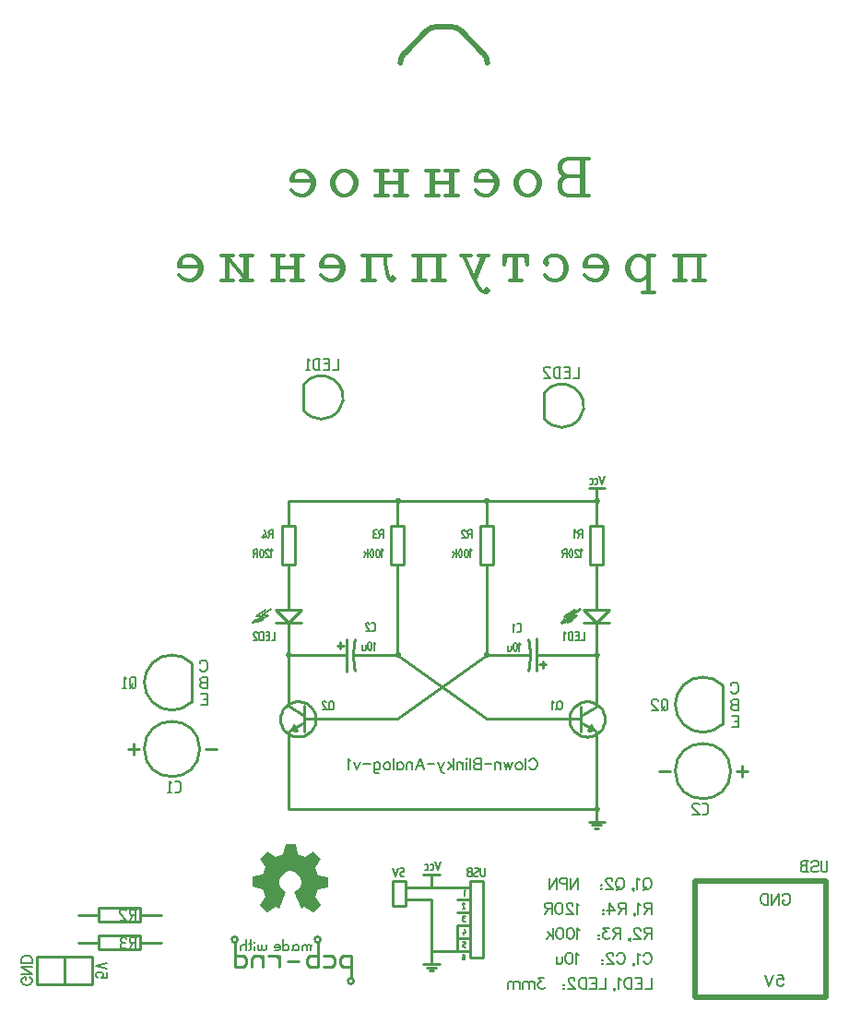
<source format=gbo>
G04 start of page 2 for group 12 layer_idx 5 *
G04 Title: (unknown), bottom_silk *
G04 Creator: pcb-rnd 3.1.4-dev *
G04 CreationDate: 2024-02-11 09:28:28 UTC *
G04 For: STEM4ukraine *
G04 Format: Gerber/RS-274X *
G04 PCB-Dimensions: 334646 393701 *
G04 PCB-Coordinate-Origin: lower left *
%MOIN*%
%FSLAX25Y25*%
%LNBOTTOM_SILK_NONE_12*%
%ADD61C,0.0137*%
%ADD60C,0.0070*%
%ADD59C,0.0200*%
%ADD58C,0.0080*%
%ADD57C,0.0100*%
%ADD56C,0.0001*%
G54D56*G36*
X113305Y57024D02*X114187Y57533D01*
X114908Y58254D01*
X115417Y59136D01*
X115681Y60120D01*
Y61139D01*
X115417Y62124D01*
X114908Y63006D01*
X114187Y63727D01*
X113305Y64236D01*
X112321Y64500D01*
X111302D01*
X110317Y64236D01*
X109435Y63727D01*
X108714Y63006D01*
X108205Y62124D01*
X107941Y61139D01*
Y60120D01*
X108205Y59136D01*
X108714Y58254D01*
X109435Y57533D01*
X110317Y57024D01*
X107882Y51145D01*
X106477Y51752D01*
X103418Y49691D01*
X100728Y52429D01*
X102842Y55451D01*
X101762Y58124D01*
X98141Y58830D01*
X98175Y62668D01*
X101807Y63310D01*
X102933Y65964D01*
X100873Y69023D01*
X103610Y71713D01*
X106633Y69599D01*
X109305Y70679D01*
X110011Y74300D01*
X113849Y74266D01*
X114492Y70634D01*
X117145Y69507D01*
X120204Y71568D01*
X122894Y68831D01*
X120780Y65808D01*
X121860Y63135D01*
X125481Y62430D01*
X125447Y58592D01*
X121815Y57949D01*
X120689Y55296D01*
X122750Y52237D01*
X120012Y49547D01*
X116989Y51661D01*
X115740Y51145D01*
X113305Y57024D01*
G37*
G54D57*X176710Y61151D02*Y33281D01*
Y61151D02*X181360D01*
X203488Y237042D02*Y228360D01*
G54D58*X193740Y154061D02*X194505D01*
X194730Y154016D02*X194505Y154061D01*
X192345D02*X192975Y153431D01*
X192345Y154061D02*Y151091D01*
X193740D02*X194505D01*
X195045Y153476D02*Y151676D01*
X195000Y151451D02*X195045Y151676D01*
Y153476D02*X195000Y153701D01*
X194910Y153881D01*
X194730Y154016D01*
X194505Y151091D02*X194730Y151136D01*
X194910Y151271D01*
X195000Y151451D01*
X194595Y147086D02*X195225Y146456D01*
X193425Y146951D02*X193335Y147041D01*
X192840Y146951D02*X192975Y147041D01*
X193335D02*X193155Y147086D01*
X192975Y147041D01*
X193830Y145646D02*Y145601D01*
X193740Y144881D02*X193830Y145601D01*
X192840Y144296D02*X192975Y144161D01*
X193155Y144116D01*
X194595Y147086D02*Y144116D01*
X193335Y144161D02*X193425Y144296D01*
X193740Y144881D01*
X193155Y144116D02*X193335Y144161D01*
X193830Y145646D02*X193740Y146321D01*
X193425Y146951D01*
X192570Y144881D02*X192840Y144296D01*
X191715Y146096D02*Y144521D01*
X191580Y144251D02*X191715Y144521D01*
X190365Y144116D02*X191310D01*
X191580Y144251D01*
X190365Y146096D02*Y144116D01*
X192435Y145646D02*Y145601D01*
X192840Y146951D02*X192570Y146321D01*
X192435Y145646D01*
Y145601D02*X192570Y144881D01*
G54D59*X164669Y369685D02*X169976D01*
X173512Y368221D02*X181606Y360126D01*
X161134Y368221D02*X153039Y360126D01*
G54D57*X151185Y142744D02*X151125Y142534D01*
X151005Y142354D01*
X150825Y142234D01*
X150630Y142717D02*X182669Y119497D01*
X182662Y142174D02*X182422Y142234D01*
X182242Y142354D01*
X182122Y142534D01*
X182062Y142744D01*
X182122Y142984D01*
X182242Y143164D01*
X182422Y143284D01*
X182662Y143344D01*
X182677Y142717D02*X150591Y119488D01*
X150825Y142234D02*X150615Y142174D01*
Y199046D02*X150825Y199016D01*
X151005Y198896D01*
X182109Y198457D02*X182169Y198697D01*
X182289Y198877D01*
X182469Y198997D01*
Y197917D02*X182289Y198037D01*
X182169Y198247D01*
X182109Y198457D01*
X180369Y189187D02*Y175237D01*
G54D58*X176600Y187821D02*X177500D01*
X175880Y187101D02*Y186876D01*
X176600Y187821D02*X176285Y187731D01*
X176105Y187596D01*
X175925Y187371D02*X175880Y187101D01*
X176105Y187596D02*X175925Y187371D01*
X175880Y186876D02*X175925Y186606D01*
X176105Y186381D01*
X177500Y187821D02*Y184851D01*
X176510Y186201D02*X175880Y184851D01*
X176105Y186381D02*X176285Y186246D01*
X176600Y186201D01*
X173810Y184851D02*X175115D01*
X173855Y186741D02*X175115Y184851D01*
Y187326D02*X175025Y187506D01*
X174485Y187821D02*X174215Y187731D01*
X173990Y187596D01*
X173810Y187371D01*
X173765Y187101D01*
X175025Y187506D02*X174890Y187686D01*
X174665Y187776D01*
X174485Y187821D01*
X173765Y187101D02*X173855Y186741D01*
X176870Y180846D02*X177500Y180216D01*
X176600Y186201D02*X177500D01*
X175115Y180666D02*X175250Y180801D01*
X174710Y179406D02*Y179316D01*
X175115Y180666D02*X174845Y180081D01*
X174710Y179406D01*
X176105D02*Y179316D01*
Y179406D02*X176015Y180081D01*
X175700Y180666D01*
X173540D02*X173450Y180801D01*
X173000Y180666D02*X173090Y180801D01*
X173000Y180666D02*X172685Y180081D01*
X173855D02*X173540Y180666D01*
X173450Y180801D02*X173270Y180846D01*
X173090Y180801D01*
X172550Y179406D02*Y179316D01*
X172685Y180081D02*X172550Y179406D01*
X173945D02*Y179316D01*
Y179406D02*X173855Y180081D01*
X175115Y178056D02*X175250Y177921D01*
X176015Y178641D02*X176105Y179316D01*
X175250Y177921D02*X175430Y177876D01*
X175610Y177921D01*
Y180801D02*X175430Y180846D01*
X175250Y180801D01*
X176870Y180846D02*Y177876D01*
X175610Y177921D02*X175700Y178056D01*
X176015Y178641D01*
X174710Y179316D02*X174845Y178641D01*
X173000Y178056D02*X173090Y177921D01*
X173855Y178641D02*X173945Y179316D01*
X172550D02*X172685Y178641D01*
X173000Y178056D01*
X174845Y178641D02*X175115Y178056D01*
X173450Y177921D02*X173540Y178056D01*
X173855Y178641D01*
X173090Y177921D02*X173270Y177876D01*
X173450Y177921D01*
X171830Y180846D02*Y177876D01*
Y178821D02*X170480Y179856D01*
X171245Y179271D02*X170480Y177876D01*
X175700Y180666D02*X175610Y180801D01*
G54D57*X151005Y198896D02*X151125Y198716D01*
X151185Y198476D01*
X151125Y198266D01*
X152925Y189206D02*Y175256D01*
X151125Y198266D02*X151005Y198056D01*
X150825Y197936D01*
X150615Y197906D01*
Y198476D02*Y189206D01*
Y175256D02*X150630Y142717D01*
X150615Y143344D02*X150825Y143284D01*
X151005Y143164D01*
X151125Y142984D01*
X151185Y142744D01*
G54D58*X165190Y64961D02*X164110Y67931D01*
X163390Y66581D02*Y65321D01*
X162400Y66941D02*X163030D01*
X163390Y66581D02*X163255Y66851D01*
X163030Y64961D02*X163255Y65051D01*
X163390Y65321D01*
X165190Y64961D02*X166225Y67931D01*
X162400Y64961D02*X163030D01*
X163255Y66851D02*X163030Y66941D01*
X151500Y65676D02*X152805D01*
Y64326D01*
X152175D02*X152805D01*
X151500Y63651D02*Y63426D01*
X151545Y63156D01*
X151680Y62931D01*
X151905Y62796D01*
X151545Y63921D02*X151500Y63651D01*
X160645Y64961D02*X161275D01*
X161545Y65051D01*
X152175Y62706D02*X152805D01*
X151905Y62796D02*X152175Y62706D01*
Y64326D02*X151905Y64281D01*
X151680Y64146D01*
X151545Y63921D01*
X161635Y66581D02*Y65321D01*
X161545Y65051D02*X161635Y65321D01*
X160645Y66941D02*X161275D01*
X161545Y66851D02*X161275Y66941D01*
X161635Y66581D02*X161545Y66851D01*
X178660Y62701D02*X179020D01*
X178480Y62746D02*X178660Y62701D01*
X179020D02*X179470Y62791D01*
X179830Y63016D01*
X181360Y62701D02*X181630D01*
X181090Y62791D02*X181360Y62701D01*
X181540D02*X181855Y62791D01*
X182080Y62926D01*
X182260Y63196D01*
X182305Y63466D01*
Y65671D02*Y63466D01*
X179875Y65041D02*X179830Y65266D01*
X179695Y65491D01*
X179470Y65626D01*
X179245Y65671D01*
X179425Y64366D02*X178525Y63916D01*
X179425Y64366D02*X179740Y64636D01*
X179875Y65041D01*
X179020Y65671D02*X178660Y65626D01*
X178345Y65491D01*
X176635Y64321D02*X176320Y64276D01*
X176050Y64096D01*
X175870Y63826D01*
X175825Y63601D02*Y63376D01*
X175870Y63826D02*X175825Y63511D01*
Y63421D02*X175870Y63151D01*
X176005Y62926D01*
X176230Y62791D01*
X176500Y62701D01*
X176545Y65671D02*X176320Y65626D01*
X176095Y65491D01*
X175960Y65266D01*
X175915Y65041D01*
X177445Y65671D02*Y62701D01*
X176500D02*X177445D01*
X176635Y64321D02*X177445D01*
X175915Y65041D02*X175960Y64771D01*
X176140Y64546D01*
X176365Y64411D01*
X176635Y64321D01*
X176545Y65671D02*X177445D01*
X179020D02*X179245D01*
X178165Y63286D02*Y63196D01*
X178300Y63646D02*X178165Y63286D01*
Y63196D02*X178210Y63016D01*
X178300Y62836D01*
X178480Y62746D01*
X178525Y63916D02*X178300Y63646D01*
X180640Y65671D02*Y63466D01*
X180685Y63196D01*
X180865Y62926D01*
X181090Y62791D01*
G54D57*X162790Y63461D02*Y58811D01*
X159880Y63461D02*X165700D01*
X172090Y54161D02*X176710D01*
G54D58*X174800Y52961D02*X174680Y53021D01*
X174530Y53051D01*
X174350Y53021D01*
X174140Y52361D02*X174950Y51071D01*
X174980Y52751D02*X174920Y52871D01*
X174800Y52961D01*
X174350Y53021D02*X174200Y52931D01*
X174110Y52781D01*
X174080Y52601D01*
X174140Y52361D01*
G54D57*X172090Y49541D02*X176710D01*
G54D58*X174110Y51071D02*X174950D01*
X174590Y48401D02*X175100D01*
X174590D02*X174440Y48371D01*
X174320Y48311D01*
X174230Y48161D01*
X174620Y47531D02*X174470Y47501D01*
X174320Y47381D01*
X174230Y47261D01*
X174590Y47531D02*X174890D01*
X174200Y47081D02*Y46901D01*
X174230Y46721D01*
Y47261D02*X174200Y47081D01*
G54D57*X172090Y44891D02*X176710D01*
G54D58*X174680Y46451D02*X175100D01*
X174230Y46721D02*X174350Y46571D01*
X174500Y46481D01*
X174680Y46451D01*
X174200Y48011D02*X174230Y47831D01*
Y48161D02*X174200Y48011D01*
X174230Y47831D02*X174350Y47681D01*
X174500Y47561D01*
X174710Y47531D01*
G54D57*X162790Y54161D02*Y30941D01*
G54D58*X175100Y42221D02*X174680Y43781D01*
X174350Y42671D02*Y41801D01*
X174110Y33341D02*X174080Y33191D01*
X174470Y33581D02*X174320Y33551D01*
X174200Y33461D01*
X174110Y33341D01*
X174740Y32531D02*X174860Y32621D01*
X174950Y32741D01*
X174980Y32891D01*
X174200Y32621D02*X174320Y32531D01*
X174470Y32501D01*
X174590D02*X174740Y32531D01*
X174590Y34391D02*X174320Y34481D01*
X174080Y32891D02*X174110Y32741D01*
X174200Y32621D01*
X174980Y33731D02*X174920Y34001D01*
X174800Y34241D01*
X174590Y34391D01*
X174980Y33731D02*Y32891D01*
X174080Y33191D02*Y32891D01*
X174470Y32501D02*X174590D01*
X174350Y38111D02*X174230Y37961D01*
X174200Y37781D01*
X174470Y33581D02*X174980D01*
X174350Y37271D02*X174500Y37181D01*
X174680Y37151D01*
Y38231D02*X174500Y38201D01*
X174350Y38111D01*
X174200Y37781D02*Y37601D01*
X174230Y37421D01*
X174350Y37271D01*
X175100Y39131D02*Y38231D01*
X174680D02*X175100D01*
X174680Y37151D02*X175100D01*
G54D57*X172090Y44891D02*Y35591D01*
Y40241D02*X176710D01*
G54D58*X174020Y42221D02*X175100D01*
X174200Y39131D02*X175100D01*
G54D57*X159880Y30941D02*X165700D01*
X162790Y35591D02*X176710D01*
G54D58*X174680Y57701D02*X175100Y57281D01*
X174680Y57701D02*Y55721D01*
G54D57*X181360Y61151D02*Y33281D01*
G54D59*X258220Y19134D02*Y60866D01*
X305622Y19134D02*Y60866D01*
X258220D02*X305622D01*
Y19134D02*X258220D01*
G54D57*X95681Y30843D02*X94681Y29843D01*
X95681Y32843D02*X94681Y33843D01*
X91681D02*X94681D01*
X91681Y29843D02*Y38843D01*
X94681Y29843D02*X91681D01*
X95681Y32843D02*Y30843D01*
X176710Y33281D02*X181360D01*
X161050Y29801D02*X164530D01*
X162220Y28631D02*X163360D01*
X40000Y23701D02*X20000D01*
Y33701D02*Y23701D01*
Y33701D02*X40000D01*
X30000Y23701D02*Y33701D01*
X40000D02*X30000D01*
X97681Y32843D02*X98681Y33843D01*
X40000Y23701D02*Y33701D01*
X35000Y38701D02*X42500D01*
X57500Y41201D02*X42500D01*
X57500Y38701D02*X65000D01*
X57500Y41201D02*Y36201D01*
X42500D02*Y41201D01*
Y36201D02*X57500D01*
X97681Y32843D02*Y29843D01*
X106681Y33843D02*X103681D01*
X107681Y32843D02*X106681Y33843D01*
X107681D02*Y29843D01*
X117681Y30843D02*X118681Y29843D01*
Y33843D02*X117681Y32843D01*
Y30843D02*Y32843D01*
X114681Y31843D02*X110681D01*
X130681Y33843D02*X129681Y32843D01*
X127681D02*X126681Y33843D01*
X127681Y32843D02*Y30843D01*
X130681Y29843D02*X129681Y30843D01*
X127681D02*X126681Y29843D01*
X129681Y32843D02*Y30843D01*
X130681Y29843D02*X133681D01*
Y33843D02*X130681D01*
X133681D02*Y25843D01*
X118681Y33843D02*X121681D01*
X126681D02*X123681D01*
X121681Y29843D02*X118681D01*
X126681D02*X123681D01*
X121681Y38843D02*Y29843D01*
X100681Y33843D02*X98681D01*
X101681Y32843D02*X100681Y33843D01*
X101681D02*Y29843D01*
X153490Y61151D02*Y51851D01*
X35000Y48701D02*X42500D01*
Y46201D02*Y51201D01*
Y46201D02*X57500D01*
Y51201D02*X42500D01*
X57500D02*Y46201D01*
X148870Y51851D02*X153490D01*
Y54161D02*X162790D01*
X57500Y48701D02*X65000D01*
G54D58*X101912Y155306D02*X100232Y154706D01*
X101372Y157046D02*X103712D01*
X101372Y155876D02*X100232Y154706D01*
X103712Y157046D01*
G54D57*X115742Y158996D02*X111092Y154346D01*
X106442Y158996D02*X115742D01*
X106442Y154346D02*X115742D01*
X111092D02*X106442Y158996D01*
G54D58*X106322Y151019D02*Y148049D01*
X105017D02*X106322D01*
X104297Y151019D02*Y148049D01*
X102992Y151019D02*X104297D01*
X102992Y148049D02*X104297D01*
X103307Y149669D02*X104297D01*
G54D57*X110552Y142976D02*X110672Y143156D01*
X110852Y143276D01*
X111092Y143336D01*
G54D58*X98312Y154346D02*X101792Y156686D01*
X99482D02*X101792D01*
X99482Y155516D02*X98312Y154346D01*
G54D57*X76000Y125701D02*Y139701D01*
G54D58*X99992Y154946D02*X98312Y154346D01*
X98582Y148049D02*X99842D01*
X98627Y149939D02*X99842Y148049D01*
Y150524D02*X99752Y150749D01*
X99212Y151019D02*X98942Y150974D01*
X98717Y150794D01*
X98582Y150569D01*
X98492Y150299D01*
X99752Y150749D02*X99617Y150884D01*
X99437Y150974D01*
X99212Y151019D01*
X98492Y150299D02*X98627Y149939D01*
G54D57*X81000Y108701D02*X85000D01*
X53000D02*X57000D01*
X55000Y106701D02*Y110701D01*
G54D58*X101192Y151019D02*X102227D01*
X101192D02*X100967Y150974D01*
X100787Y150839D01*
X100652Y150659D01*
X101192Y148049D02*X102227D01*
X100967Y148094D02*X101192Y148049D01*
X100607Y150434D02*Y148634D01*
X100652Y148409D01*
X100787Y148229D01*
X100967Y148094D01*
X100652Y150659D02*X100607Y150434D01*
X102227Y151019D02*Y148049D01*
X99482Y156686D02*X102962Y158996D01*
X101372Y157046D02*X104852Y159356D01*
G54D57*X110492Y142736D02*X110552Y142976D01*
X111092Y143336D02*X111302Y143276D01*
X111482Y143156D01*
X110552Y142526D02*X110492Y142736D01*
X111482Y143156D02*X111632Y142976D01*
X111662Y142736D01*
X111632Y142526D01*
X111482Y142346D01*
X113912Y125876D02*X113282Y125786D01*
X112682Y125636D01*
X112082Y125426D01*
X113102Y117446D02*X114302Y115436D01*
X112322Y115616D02*X113102Y117446D01*
X114572Y125906D02*X113912Y125876D01*
X112082Y125426D02*X111512Y125156D01*
X114302Y115436D02*X112322Y115616D01*
X111512Y113906D02*X112082Y113636D01*
X112682Y113426D01*
X113282Y113276D01*
X113912Y113186D01*
X114572Y113156D01*
X115232Y113186D01*
X115862Y113276D01*
X116462Y113426D01*
X148870Y61151D02*Y51851D01*
X148599Y119516D02*X148232D01*
X116462Y113426D02*X117062Y113636D01*
X117602Y113906D01*
X118142Y114236D01*
X118622Y114596D01*
X119072Y115016D01*
X119492Y115466D01*
X119852Y115946D01*
X120182Y116486D01*
X120452Y117056D01*
X120932Y118886D02*X120962Y119516D01*
X120932Y120176D01*
X120812Y120806D01*
X120662Y121436D01*
X120452Y117056D02*X120662Y117626D01*
X120812Y118226D01*
X120932Y118886D01*
X120662Y121436D02*X120452Y122006D01*
X120182Y122576D01*
X119852Y123086D01*
X134953Y138281D02*X135223Y136841D01*
X134743Y139721D02*X134953Y138281D01*
X134623Y141161D02*X134743Y139721D01*
X134593Y142631D02*X134623Y141161D01*
G54D58*X126510Y125951D02*X126780D01*
X126510D02*X126240Y125906D01*
X126015Y125771D01*
X125880Y125546D01*
X127050Y125906D02*X126780Y125951D01*
X126510Y122981D02*X126780D01*
X126240Y123071D02*X126510Y122981D01*
X123405D02*X124665D01*
X123450Y124916D02*X124665Y122981D01*
X126780D02*X127050Y123071D01*
X127275Y123206D01*
X127455Y123431D01*
X124710Y125501D02*X124620Y125681D01*
X124440Y125816D01*
X124260Y125906D01*
X124035Y125951D01*
X123765Y125906D01*
X123540Y125771D01*
X123405Y125546D01*
X123360Y125276D01*
X123450Y124916D01*
X127500Y125276D02*Y123701D01*
X127455Y123431D02*X127500Y123701D01*
Y125276D02*X127455Y125546D01*
X127275Y125771D01*
X127050Y125906D01*
X125790Y125276D02*Y123701D01*
X125475Y122981D02*X126150Y123656D01*
X125880Y125546D02*X125790Y125276D01*
Y123701D02*X125880Y123431D01*
X126015Y123206D01*
X126240Y123071D01*
G54D57*X118622Y124466D02*X118142Y124826D01*
X117602Y125156D01*
X117062Y125426D01*
X116462Y125636D01*
X119852Y123086D02*X119492Y123596D01*
X119072Y124046D01*
X118622Y124466D01*
X116462Y125636D02*X115862Y125786D01*
X115232Y125876D01*
X114572Y125906D01*
X116882Y124166D02*Y114896D01*
X111092D02*X116882Y118376D01*
X111092Y124166D02*X116882Y120686D01*
X111092Y114896D02*Y87026D01*
X111024Y142717D02*X132283D01*
X129943Y147251D02*Y144941D01*
X128803Y146111D02*X131113D01*
X135223Y148391D02*X134953Y146981D01*
X134623Y144071D02*X134593Y142631D01*
X134743Y145511D02*X134623Y144071D01*
X134953Y146981D02*X134743Y145511D01*
G54D58*X139125Y146321D02*Y144746D01*
X140565Y147311D02*X140385Y147266D01*
X140745D02*X140565Y147311D01*
X140295Y147176D02*X139980Y146546D01*
X140295Y147176D02*X140385Y147266D01*
X139890Y145826D02*X139980Y145106D01*
Y146546D02*X139890Y145871D01*
Y145826D01*
X138990Y144476D02*X139125Y144746D01*
X141150Y146546D02*X140835Y147176D01*
X141285Y145871D02*X141150Y146546D01*
Y145106D02*X141285Y145826D01*
X140835Y144521D02*X141150Y145106D01*
X141285Y145871D02*Y145826D01*
X140565Y144341D02*X140745Y144386D01*
X140385D02*X140565Y144341D01*
X139980Y145106D02*X140295Y144521D01*
X140385Y144386D01*
X140745D02*X140835Y144521D01*
Y147176D02*X140745Y147266D01*
X142005Y147311D02*Y144341D01*
Y147311D02*X142635Y146681D01*
X138720Y144341D02*X138990Y144476D01*
X137775Y146321D02*Y144341D01*
X138720D01*
G54D57*X132283Y148421D02*Y136811D01*
G54D58*X139035Y153566D02*X139125Y153206D01*
X139080Y153836D02*X139035Y153566D01*
X139260Y154061D02*X139080Y153836D01*
X139440Y154241D02*X139260Y154061D01*
X139710Y154286D02*X139440Y154241D01*
X139935D02*X139710Y154286D01*
X140160Y154151D02*X139935Y154241D01*
X140295Y154016D02*X140160Y154151D01*
X140385Y153791D02*X140295Y154016D01*
X139125Y153206D02*X140385Y151316D01*
X139080D02*X140385D01*
X142140Y154241D02*X141915Y154286D01*
X142320Y154106D02*X142140Y154241D01*
X142455Y153926D02*X142320Y154106D01*
X142500Y153701D02*X142455Y153926D01*
Y151676D02*X142500Y151901D01*
X142320Y151496D02*X142455Y151676D01*
X142140Y151361D02*X142320Y151496D01*
X141915Y151316D02*X142140Y151361D01*
X142500Y153701D02*Y151901D01*
X141150Y151316D02*X141915D01*
X141150Y154286D02*X141915D01*
G54D57*X111482Y142346D02*X111302Y142226D01*
X111092Y142166D01*
X110852Y142226D01*
X110672Y142346D01*
X110552Y142526D01*
X111512Y125156D02*X111002Y124826D01*
X110492Y124466D01*
X110042Y124046D01*
X109652Y123596D01*
X109262Y123086D01*
X108962Y122576D01*
X108692Y122006D01*
X108182Y119516D02*X108212Y118886D01*
X108692Y122006D02*X108482Y121436D01*
X108302Y120806D01*
X108212Y120176D01*
X108182Y119516D01*
X108212Y118886D02*X108302Y118226D01*
X108482Y117626D01*
X108692Y117056D01*
X108962Y116486D01*
X109262Y115946D01*
X109652Y115466D01*
X110042Y115016D01*
X110492Y114596D01*
X111002Y114236D01*
X111512Y113906D01*
X108752Y189206D02*X113402D01*
X111092Y198476D02*Y189206D01*
X116488Y240042D02*Y231360D01*
X113402Y189206D02*Y175256D01*
X111092Y154346D02*Y124166D01*
Y175256D02*Y158996D01*
X108752Y175256D02*X113402D01*
G54D58*X104970Y180846D02*X105600Y180216D01*
X104205Y180351D02*X104115Y180576D01*
X103980Y180711D01*
X103800Y180801D01*
X103575Y180846D01*
X103305Y180801D01*
X103080Y180621D01*
X102945Y180396D01*
X104700Y187821D02*X104430Y187731D01*
X104205Y187596D01*
X104070Y187371D01*
X103980Y187101D02*Y186876D01*
X104070Y187371D02*X103980Y187101D01*
Y186876D02*X104070Y186606D01*
X105600Y187821D02*Y184851D01*
X104655Y186201D02*X103980Y184851D01*
X104070Y186606D02*X104205Y186381D01*
X104430Y186246D01*
X104700Y186201D01*
X102945Y179766D02*X104205Y177876D01*
X104700Y186201D02*X105600D01*
G54D57*X108752Y189206D02*Y175256D01*
G54D58*X104970Y180846D02*Y177876D01*
X102945D02*X104205D01*
X104700Y187821D02*X105600D01*
X103260Y185481D02*X102585Y187821D01*
X101595Y185481D02*X103260D01*
X102135Y186201D02*Y184851D01*
X102945Y180396D02*X102855Y180126D01*
X102990Y179766D01*
X101145Y180666D02*X101235Y180801D01*
X101145Y180666D02*X100830Y180081D01*
X99030Y179226D02*X99975D01*
X99030Y180846D02*X99975D01*
X101685Y180666D02*X101595Y180801D01*
X100830Y180081D02*X100740Y179406D01*
X99975Y180846D02*Y177876D01*
X98355Y180126D02*Y179901D01*
X98400Y180396D02*X98355Y180126D01*
Y179901D02*X98400Y179631D01*
X98535Y179406D01*
X98985Y179226D02*X98355Y177876D01*
X98535Y179406D02*X98760Y179271D01*
X99030Y179226D01*
Y180846D02*X98760Y180801D01*
X98535Y180621D01*
X98400Y180396D01*
X100740Y179406D02*Y179316D01*
X102135Y179406D02*Y179316D01*
X102000Y178641D02*X102135Y179316D01*
X100740D02*X100830Y178641D01*
X102135Y179406D02*X102000Y180081D01*
X101685Y180666D01*
X101595Y180801D02*X101415Y180846D01*
X101235Y180801D01*
X101145Y178056D02*X101235Y177921D01*
X101595D02*X101685Y178056D01*
X102000Y178641D01*
X100830D02*X101145Y178056D01*
X101235Y177921D02*X101415Y177876D01*
X101595Y177921D01*
X141585Y180666D02*X141450Y180801D01*
X141000Y180666D02*X141090Y180801D01*
X141000Y180666D02*X140685Y180081D01*
X141450Y180801D02*X141270Y180846D01*
X141090Y180801D01*
X143700Y180666D02*X143610Y180801D01*
X143115Y180666D02*X143250Y180801D01*
X141855Y180081D02*X141585Y180666D01*
X144870Y180846D02*X145500Y180216D01*
X144105Y179406D02*Y179316D01*
X143700Y178056D02*X144015Y178641D01*
X144105Y179316D01*
X143115Y178056D02*X143250Y177921D01*
X143430Y177876D01*
X144105Y179406D02*X144015Y180081D01*
X143700Y180666D01*
X144600Y187821D02*X145500D01*
X143880Y187101D02*Y186876D01*
X144600Y187821D02*X144330Y187731D01*
X144105Y187596D01*
X143925Y187371D02*X143880Y187101D01*
X144105Y187596D02*X143925Y187371D01*
X143880Y186876D02*X143925Y186606D01*
X144105Y186381D01*
X145500Y187821D02*Y184851D01*
X144510Y186201D02*X143880Y184851D01*
X144105Y186381D02*X144330Y186246D01*
X144600Y186201D01*
X143430Y177876D02*X143610Y177921D01*
Y180801D02*X143430Y180846D01*
G54D57*X148275Y189206D02*Y175256D01*
G54D58*X144870Y180846D02*Y177876D01*
X143610Y177921D02*X143700Y178056D01*
X144600Y186201D02*X145500D01*
X143430Y180846D02*X143250Y180801D01*
X142395Y187821D02*X143115D01*
X142395D02*X142170Y187776D01*
X141990Y187641D01*
X141855Y187461D01*
X142170Y186426D02*X141990Y186291D01*
X141810Y187236D02*X141855Y186921D01*
X142035Y186696D01*
X142260Y186516D01*
X142395Y186471D02*X142845D01*
X142440D02*X142170Y186426D01*
X141990Y186291D02*X141855Y186066D01*
X142260Y186516D02*X142530Y186471D01*
X141855Y187461D02*X141810Y187236D01*
Y185841D02*Y185526D01*
X141855Y185256D01*
X141990Y185031D01*
X142215Y184896D01*
X141855Y186066D02*X141810Y185841D01*
X142485Y184851D02*X143115D01*
X142215Y184896D02*X142485Y184851D01*
X142710Y179406D02*Y179316D01*
X143115Y180666D02*X142845Y180081D01*
X142710Y179406D01*
X140595D02*Y179316D01*
X141990Y179406D02*Y179316D01*
X140685Y180081D02*X140595Y179406D01*
X141990D02*X141855Y180081D01*
X141000Y178056D02*X141090Y177921D01*
X141585Y178056D02*X141855Y178641D01*
X141990Y179316D01*
X140595D02*X140685Y178641D01*
X141000Y178056D01*
X141090Y177921D02*X141270Y177876D01*
X141450Y177921D01*
X139830Y180846D02*Y177876D01*
Y178821D02*X138480Y179856D01*
X139245Y179271D02*X138480Y177876D01*
X142710Y179316D02*X142845Y178641D01*
X143115Y178056D01*
X141450Y177921D02*X141585Y178056D01*
G54D57*X148870Y61151D02*X153490D01*
Y58811D02*X176710D01*
G54D58*X149700Y62706D02*X150735Y65676D01*
X149700Y62706D02*X148665Y65676D01*
G54D57*X182679Y175237D02*X182677Y142717D01*
X182872Y143284D02*X183052Y143164D01*
X183172Y142984D01*
X183232Y142744D01*
X197795Y136927D02*X198065Y138367D01*
X198275Y139807D01*
X198395Y141247D01*
X200735Y148507D02*Y136897D01*
X201905Y139207D02*X204215D01*
X203075Y140377D02*Y138067D01*
X221986Y142717D02*X222016Y142957D01*
X222166Y143137D01*
G54D58*X216760Y148019D02*X218020D01*
X214735D02*X215995D01*
X212935D02*X213970D01*
X212350Y148604D02*X212395Y148379D01*
X212530Y148199D01*
X212710Y148064D01*
X212935Y148019D01*
G54D57*X198395Y141247D02*X198425Y142717D01*
X198395Y144157D01*
X198275Y145597D01*
X198065Y147067D01*
X197795Y148477D01*
X182677Y142717D02*X198084D01*
G54D58*X218020Y150989D02*Y148019D01*
X212350Y150404D02*Y148604D01*
X212935Y150989D02*X212710Y150944D01*
X212530Y150809D01*
X212395Y150629D01*
X212350Y150404D01*
X215995Y150989D02*Y148019D01*
X215005Y149639D02*X215995D01*
X213970Y150989D02*Y148019D01*
X210955Y150989D02*X211585Y150359D01*
X210955Y150989D02*Y148019D01*
X214735Y150989D02*X215995D01*
X212935D02*X213970D01*
G54D57*X222346Y142207D02*X222166Y142327D01*
X222016Y142507D01*
X221986Y142717D01*
X220546Y117427D02*X219346Y115417D01*
X221326Y115597D02*X220546Y117427D01*
X221566Y125407D02*X220966Y125617D01*
X220366Y125767D01*
X219736Y125857D01*
X219346Y115417D02*X221326Y115597D01*
X222136Y125137D02*X221566Y125407D01*
X222556Y142147D02*X222346Y142207D01*
X219076Y125887D02*X218416Y125857D01*
X217786Y125767D01*
X217186Y125617D01*
X216586Y125407D01*
X216046Y125137D01*
X215506Y124807D01*
X215026Y124447D01*
X214576Y124027D01*
X214156Y123577D01*
X213796Y123067D01*
X213466Y122557D01*
X213196Y121987D01*
X212986Y121417D01*
X212836Y120787D01*
X212716Y120157D01*
X212686Y119497D01*
X212716Y118867D01*
X219736Y125857D02*X219076Y125887D01*
X212716Y118867D02*X212836Y118207D01*
X212986Y117607D01*
X213196Y117037D01*
X213466Y116467D01*
X213796Y115927D01*
X214156Y115447D01*
X214576Y114997D01*
X215026Y114577D01*
X215506Y114217D01*
X216046Y113887D01*
X216586Y113617D01*
X217186Y113407D01*
X217786Y113257D01*
X218416Y113167D01*
X219076Y113137D01*
X219736Y113167D01*
X220366Y113257D01*
X220966Y113407D01*
X221566Y113617D01*
X216766Y124147D02*Y114877D01*
X222556Y124147D02*X216766Y120667D01*
X222556Y114877D02*X216766Y118357D01*
X182699Y119498D02*X216766Y119497D01*
X116814D02*X150591Y119488D01*
X150015Y142744D02*X150075Y142984D01*
X150195Y143164D01*
X150375Y142234D02*X150195Y142354D01*
X150075Y142534D01*
X150015Y142744D01*
X150615Y142174D02*X150375Y142234D01*
X183232Y142744D02*X183172Y142534D01*
X183052Y142354D01*
X182872Y142234D01*
X182662Y142174D01*
X222166Y143137D02*X222346Y143257D01*
X134646Y142717D02*X150630D01*
G54D58*X209010Y125951D02*X209280D01*
X209010D02*X208740Y125906D01*
X208515Y125771D01*
X208335Y125546D01*
X208290Y125276D01*
X206535Y125951D02*X207210Y125321D01*
X209010Y122981D02*X209280D01*
X208290Y125276D02*Y123701D01*
X208335Y123431D01*
X208515Y123206D01*
X210000Y125276D02*Y123701D01*
X207930Y122981D02*X208650Y123656D01*
X208515Y123206D02*X208740Y123071D01*
X209010Y122981D01*
X209775Y123206D02*X209910Y123431D01*
X210000Y123701D01*
X209280Y122981D02*X209550Y123071D01*
X209775Y123206D01*
X206535Y125951D02*Y122981D01*
X210000Y125276D02*X209910Y125546D01*
X209775Y125771D01*
X209550Y125906D01*
X209280Y125951D01*
G54D57*X221942Y87036D02*X222002Y87276D01*
X222122Y87456D01*
X222302Y87576D01*
X111092Y87026D02*X222556Y87008D01*
X200735Y142717D02*X222556D01*
X221566Y113617D02*X222136Y113887D01*
X222302Y87576D02*X222542Y87636D01*
X150195Y143164D02*X150375Y143284D01*
X150615Y143344D01*
X182662D02*X182872Y143284D01*
X150015Y198476D02*X150075Y198716D01*
X150195Y198896D01*
X150375Y199016D01*
Y197936D02*X150195Y198056D01*
X150075Y198266D01*
X150015Y198476D01*
X150375Y199016D02*X150615Y199046D01*
Y197906D02*X150375Y197936D01*
X111092Y198476D02*X222624D01*
X182469Y198997D02*X182679Y199027D01*
X182919Y198997D01*
X183099Y198877D01*
X183219Y198697D01*
X183279Y198457D01*
X183219Y198247D01*
X183099Y198037D01*
X182919Y197917D01*
X148275Y189206D02*X152925D01*
G54D58*X215880Y187101D02*Y186876D01*
X216060Y187596D02*X215925Y187371D01*
X214485Y187821D02*X215115Y187146D01*
X216555Y187821D02*X216285Y187731D01*
X216060Y187596D01*
X215925Y187371D02*X215880Y187101D01*
X216510Y186201D02*X215880Y184851D01*
Y186876D02*X215925Y186606D01*
X216060Y186381D01*
X216285Y186246D01*
X216555Y186201D01*
X214485Y187821D02*Y184851D01*
X217500Y187821D02*Y184851D01*
X216555Y186201D02*X217500D01*
X216555Y187821D02*X217500D01*
X214845Y179766D02*X216105Y177876D01*
Y180351D02*X216015Y180576D01*
X215835Y180711D01*
X215655Y180801D01*
X215430Y180846D01*
X215160Y180801D01*
X216870Y180846D02*X217500Y180216D01*
X216870Y180846D02*Y177876D01*
X214800D02*X216105D01*
X215160Y180801D02*X214935Y180621D01*
X214800Y180396D01*
X214755Y180126D01*
X214845Y179766D01*
X213000Y180666D02*X213135Y180801D01*
X213000Y180666D02*X212685Y180081D01*
X210930Y179226D02*X211830D01*
X210930Y180846D02*X211830D01*
X213585Y180666D02*X213495Y180801D01*
X212685Y180081D02*X212595Y179406D01*
X211830Y180846D02*Y177876D01*
X210210Y180126D02*Y179901D01*
X210255Y180396D02*X210210Y180126D01*
Y179901D02*X210255Y179631D01*
X210435Y179406D01*
X210840Y179226D02*X210210Y177876D01*
X210435Y179406D02*X210660Y179271D01*
X210930Y179226D01*
Y180846D02*X210660Y180801D01*
X210435Y180621D01*
X210255Y180396D01*
X212595Y179406D02*Y179316D01*
X213990Y179406D02*Y179316D01*
X213900Y178641D02*X213990Y179316D01*
X212595D02*X212685Y178641D01*
X213990Y179406D02*X213900Y180081D01*
X213585Y180666D01*
X213495Y180801D02*X213315Y180846D01*
X213135Y180801D01*
X213000Y178056D02*X213135Y177921D01*
X213495D02*X213585Y178056D01*
X213900Y178641D01*
X212685D02*X213000Y178056D01*
X213135Y177921D02*X213315Y177876D01*
X213495Y177921D01*
G54D57*X148275Y175256D02*X152925D01*
X182919Y197917D02*X182679Y197887D01*
X180369Y189187D02*X185019D01*
Y175237D01*
X180369D02*X185019D01*
X182679Y198457D02*Y189187D01*
Y197887D02*X182469Y197917D01*
X222559Y197934D02*X222349Y197964D01*
X222169Y198084D01*
X222049Y198294D01*
X209806Y154327D02*X213286Y156667D01*
X210946Y155497D02*X209806Y154327D01*
X211486Y154927D02*X209806Y154327D01*
X210946Y156667D02*X214426Y158977D01*
X210946Y156667D02*X213286D01*
X212866Y155857D02*X211696Y154687D01*
X213406Y155287D02*X211696Y154687D01*
X222346Y143257D02*X222556Y143317D01*
X211696Y154687D02*X215176Y157027D01*
X212866D02*X215176D01*
X212866D02*X216346Y159337D01*
X220246Y189187D02*X224896D01*
X220246D02*Y175237D01*
X224896Y189187D02*Y175237D01*
X217906Y158977D02*X227206D01*
X220246Y175237D02*X224896D01*
X222556D02*Y158977D01*
Y143317D02*X222796Y143257D01*
X227206Y158977D02*X222556Y154327D01*
X217906D02*X227206D01*
X222556D02*X217906Y158977D01*
G54D58*X224590Y204429D02*X223555Y207399D01*
X222790Y206049D02*Y204789D01*
X221800Y206409D02*X222430D01*
X222700Y206319D02*X222430Y206409D01*
Y204429D02*X222700Y204519D01*
X222790Y204789D01*
Y206049D02*X222700Y206319D01*
X220045Y204429D02*X220720D01*
X221035Y206049D02*Y204789D01*
Y206049D02*X220945Y206319D01*
X220720Y204429D02*X220945Y204519D01*
X221035Y204789D01*
G54D57*X219676Y203107D02*X225466D01*
G54D58*X224590Y204429D02*X225625Y207399D01*
X221800Y204429D02*X222430D01*
X220045Y206409D02*X220720D01*
X220945Y206319D02*X220720Y206409D01*
G54D57*X222169Y198924D02*X222349Y199044D01*
X222556Y203107D02*Y189187D01*
X221989Y198504D02*X222049Y198744D01*
X222169Y198924D01*
X222349Y199044D02*X222559Y199074D01*
X222049Y198294D02*X221989Y198504D01*
X222559Y199074D02*X222799Y199044D01*
X222979Y198924D01*
X223099Y198744D01*
X223159Y198504D01*
X223099Y198294D01*
X222979Y198084D01*
X222799Y197964D01*
X222559Y197934D01*
X222796Y143257D02*X222976Y143137D01*
X249000Y100701D02*X245000D01*
X268000Y117701D02*Y131701D01*
X277000Y100701D02*X273000D01*
X275000Y102701D02*Y98701D01*
X222976Y143137D02*X223096Y142957D01*
X223156Y142717D01*
X223096Y142507D01*
X222976Y142327D01*
X222796Y142207D01*
X222556Y142147D01*
X224386Y123067D02*X223996Y123577D01*
X223606Y124027D01*
X223156Y124447D01*
X222136Y113887D02*X222646Y114217D01*
X223156Y114577D01*
X223606Y114997D01*
X222556Y114877D02*Y82357D01*
X222932Y87456D02*X223052Y87276D01*
X223112Y87036D01*
X223052Y86826D01*
X222932Y86646D01*
X222752Y86526D01*
X222542Y86466D01*
X222302Y86526D01*
X220816Y81187D02*X224296D01*
X222542Y87636D02*X222752Y87576D01*
X222932Y87456D01*
X222302Y86526D02*X222122Y86646D01*
X222002Y86826D01*
X221942Y87036D01*
X223606Y114997D02*X223996Y115447D01*
X224386Y115927D01*
X223156Y124447D02*X222646Y124807D01*
X222136Y125137D01*
X222556Y154327D02*Y124147D01*
X224386Y115927D02*X224686Y116467D01*
X224956Y117037D01*
X225166Y117607D01*
X221986Y80047D02*X223156D01*
X219676Y82357D02*X225466D01*
Y119497D02*X225436Y120157D01*
X225166Y117607D02*X225346Y118207D01*
X225436Y118867D01*
X225466Y119497D01*
X225436Y120157D02*X225346Y120787D01*
X225166Y121417D01*
X224956Y121987D01*
X224686Y122557D01*
X224386Y123067D01*
G54D59*X164669Y369685D02*G75*G03X161134Y368221I0J-5000D01*G01*
X169976Y369685D02*G75*G02X173512Y368221I0J-5000D01*G01*
X153039Y360126D02*G75*G03X151575Y356590I3536J-3536D01*G01*
X181606Y360126D02*G75*G02X183071Y356590I-3536J-3536D01*G01*
G54D57*X92681Y39843D02*G75*G02X90681Y39843I-1000J0D01*G01*
G75*G02X92681Y39843I1000J0D01*G01*
X122681D02*G75*G02X120681Y39843I-1000J0D01*G01*
G75*G02X122681Y39843I1000J0D01*G01*
X134681Y24843D02*G75*G02X132681Y24843I-1000J0D01*G01*
G75*G02X134681Y24843I1000J0D01*G01*
X116488Y240042D02*G75*G02X129512Y231360I6512J-4341D01*G01*
X129512Y231360D02*G75*G02X116488Y231360I-6512J4341D01*G01*
X203488Y237042D02*G75*G02X216512Y228360I6512J-4341D01*G01*
X216512Y228360D02*G75*G02X203488Y228360I-6512J4341D01*G01*
X59000Y108701D02*G75*G02X79000Y108701I10000J0D01*G01*
G75*G02X59000Y108701I-10000J0D01*G01*
X76071Y125630D02*G75*G02X61929Y139772I-7071J7071D01*G01*
X61929Y139772D02*G75*G02X76071Y139772I7071J-7071D01*G01*
X268071Y117630D02*G75*G02X253929Y131772I-7071J7071D01*G01*
X253929Y131772D02*G75*G02X268071Y131772I7071J-7071D01*G01*
X271000Y100701D02*G75*G02X251000Y100701I-10000J0D01*G01*
G75*G02X271000Y100701I10000J0D01*G01*
G54D60*X81890Y128528D02*Y124528D01*
Y128528D02*X79414D01*
X81890Y126623D02*X80367D01*
X81890Y124528D02*X79414D01*
X79033Y139780D02*X79224Y140160D01*
X79605Y140541D01*
X79985Y140732D01*
X80748D01*
X81128Y140541D01*
X81510Y140160D01*
X81700Y139780D01*
X81890Y139208D01*
Y138255D01*
X81700Y137684D01*
X81510Y137303D01*
X81128Y136923D01*
X80748Y136732D01*
X79985D01*
X79605Y136923D01*
X79224Y137303D01*
X79033Y137684D01*
X81890Y134630D02*Y130630D01*
Y134630D02*X80176D01*
X79605Y134439D01*
X79414Y134249D01*
X79224Y133867D01*
Y133487D01*
X79414Y133106D01*
X79605Y132915D01*
X80176Y132725D01*
X81890D02*X80176D01*
X79605Y132535D01*
X79414Y132344D01*
X79224Y131963D01*
Y131392D01*
X79414Y131010D01*
X79605Y130821D01*
X80176Y130630D01*
X81890D01*
X71345Y93007D02*X70045D01*
X72045Y93707D02*X71345Y93007D01*
X72045Y96307D02*Y93707D01*
Y96307D02*X71345Y97007D01*
X70045D01*
X68845Y96207D02*X68045Y97007D01*
Y93007D01*
X68845D02*X67345D01*
X55839Y134154D02*Y131154D01*
Y134154D02*X55339Y134654D01*
X54339D01*
X53839Y134154D01*
Y131654D01*
X54839Y130654D02*X53839Y131654D01*
X55339Y130654D02*X54839D01*
X55839Y131154D02*X55339Y130654D01*
X54839Y132154D02*X53839Y130654D01*
X52639Y133854D02*X51839Y134654D01*
Y130654D01*
X52639D02*X51139D01*
X198143Y104249D02*X198334Y104629D01*
X198715Y105010D01*
X199095Y105201D01*
X199858D01*
X200238Y105010D01*
X200620Y104629D01*
X200810Y104249D01*
X201000Y103677D01*
Y102724D01*
X200810Y102153D01*
X200620Y101772D01*
X200238Y101392D01*
X199858Y101201D01*
X199095D01*
X198715Y101392D01*
X198334Y101772D01*
X198143Y102153D01*
X196943Y105201D02*Y101201D01*
X194791Y103868D02*X195173Y103679D01*
X195554Y103298D01*
X195743Y102727D01*
Y102345D01*
X195554Y101774D01*
X195173Y101393D01*
X194791Y101202D01*
X194220D01*
X193839Y101393D01*
X193459Y101774D01*
X193268Y102345D01*
Y102727D01*
X193459Y103298D01*
X193839Y103679D01*
X194220Y103868D01*
X194791D01*
X192068D02*X191307Y101202D01*
X190545Y103868D02*X191307Y101202D01*
X190545Y103868D02*X189782Y101202D01*
X189021Y103868D02*X189782Y101202D01*
X187821Y103868D02*Y101202D01*
Y103107D02*X187249Y103679D01*
X186869Y103868D01*
X186297D01*
X185917Y103679D01*
X185726Y103107D01*
Y101202D01*
X184526Y103201D02*X182026D01*
X180826Y105201D02*Y101201D01*
Y105201D02*X179112D01*
X178541Y105010D01*
X178350Y104820D01*
X178160Y104438D01*
Y104058D01*
X178350Y103677D01*
X178541Y103486D01*
X179112Y103296D01*
X180826D02*X179112D01*
X178541Y103106D01*
X178350Y102915D01*
X178160Y102534D01*
Y101963D01*
X178350Y101581D01*
X178541Y101392D01*
X179112Y101201D01*
X180826D01*
X176960Y105201D02*Y101201D01*
X175570Y103877D02*Y101211D01*
X175760Y105211D02*X175570Y105020D01*
X175379Y105211D01*
X175570Y105401D01*
X175760Y105211D01*
X174179Y103868D02*Y101202D01*
Y103107D02*X173607Y103679D01*
X173227Y103868D01*
X172655D01*
X172275Y103679D01*
X172084Y103107D01*
Y101202D01*
X170884Y105201D02*Y101201D01*
X168980Y103868D02*X170884Y101963D01*
X170123Y102726D02*X168789Y101201D01*
X167399Y103868D02*X166256Y101202D01*
X165113Y103868D02*X166256Y101202D01*
X166637Y100441D01*
X167017Y100059D01*
X167399Y99868D01*
X167589D01*
X163913Y103201D02*X161413D01*
X158689Y105201D02*X160213Y101201D01*
X158689Y105201D02*X157165Y101201D01*
X159641Y102534D02*X157736D01*
X155965Y103868D02*Y101202D01*
Y103107D02*X155393Y103679D01*
X155013Y103868D01*
X154441D01*
X154061Y103679D01*
X153870Y103107D01*
Y101202D01*
X150384Y103868D02*Y101202D01*
Y103298D02*X150766Y103679D01*
X151146Y103868D01*
X151718D01*
X152098Y103679D01*
X152480Y103298D01*
X152670Y102727D01*
Y102345D01*
X152480Y101774D01*
X152098Y101393D01*
X151718Y101202D01*
X151146D01*
X150766Y101393D01*
X150384Y101774D01*
X149184Y105201D02*Y101201D01*
X147032Y103868D02*X147414Y103679D01*
X147795Y103298D01*
X147984Y102727D01*
Y102345D01*
X147795Y101774D01*
X147414Y101393D01*
X147032Y101202D01*
X146461D01*
X146080Y101393D01*
X145700Y101774D01*
X145509Y102345D01*
Y102727D01*
X145700Y103298D01*
X146080Y103679D01*
X146461Y103868D01*
X147032D01*
X142023D02*Y100822D01*
X142214Y100250D01*
X142405Y100059D01*
X142785Y99870D01*
X143357D01*
X143737Y100059D01*
X142023Y103298D02*X142405Y103679D01*
X142785Y103868D01*
X143357D01*
X143737Y103679D01*
X144119Y103298D01*
X144309Y102727D01*
Y102345D01*
X144119Y101774D01*
X143737Y101393D01*
X143357Y101202D01*
X142785D01*
X142405Y101393D01*
X142023Y101774D01*
X140823Y103201D02*X138323D01*
X137123Y103868D02*X135981Y101202D01*
X134839Y103868D02*X135981Y101202D01*
X133639Y104440D02*X133259Y104630D01*
X132687Y105201D01*
Y101201D01*
X271033Y131780D02*X271224Y132160D01*
X271605Y132541D01*
X271985Y132732D01*
X272748D01*
X273128Y132541D01*
X273510Y132160D01*
X273700Y131780D01*
X273890Y131208D01*
Y130255D01*
X273700Y129684D01*
X273510Y129303D01*
X273128Y128923D01*
X272748Y128732D01*
X271985D01*
X271605Y128923D01*
X271224Y129303D01*
X271033Y129684D01*
X273890Y126630D02*Y122630D01*
Y126630D02*X272176D01*
X271605Y126439D01*
X271414Y126249D01*
X271224Y125867D01*
Y125487D01*
X271414Y125106D01*
X271605Y124915D01*
X272176Y124725D01*
X273890D02*X272176D01*
X271605Y124535D01*
X271414Y124344D01*
X271224Y123963D01*
Y123392D01*
X271414Y123010D01*
X271605Y122821D01*
X272176Y122630D01*
X273890D01*
Y120528D02*Y116528D01*
Y120528D02*X271414D01*
X273890Y118623D02*X272367D01*
X273890Y116528D02*X271414D01*
X242406Y26035D02*Y22035D01*
X240121D01*
X238921Y26035D02*Y22035D01*
Y26035D02*X236445D01*
X238921Y24130D02*X237398D01*
X238921Y22035D02*X236445D01*
X235245Y26035D02*Y22035D01*
Y26035D02*X233911D01*
X233340Y25844D01*
X232959Y25463D01*
X232769Y25083D01*
X232579Y24511D01*
Y23558D01*
X232769Y22987D01*
X232959Y22606D01*
X233340Y22226D01*
X233911Y22035D01*
X235245D01*
X231378Y25274D02*X230998Y25464D01*
X230426Y26035D01*
Y22035D01*
X228845Y22144D02*X229035Y21955D01*
X229226Y22144D01*
X229035Y22335D01*
X228845Y22144D01*
Y21764D01*
X229226Y21383D01*
X225845Y26035D02*Y22035D01*
X223560D01*
X222360Y26035D02*Y22035D01*
Y26035D02*X219884D01*
X222360Y24130D02*X220837D01*
X222360Y22035D02*X219884D01*
X218684Y26035D02*Y22035D01*
Y26035D02*X217350D01*
X216779Y25844D01*
X216398Y25463D01*
X216208Y25083D01*
X216018Y24511D01*
Y23558D01*
X216208Y22987D01*
X216398Y22606D01*
X216779Y22226D01*
X217350Y22035D01*
X218684D01*
X214628Y25083D02*Y25274D01*
X214437Y25654D01*
X214248Y25845D01*
X213866Y26035D01*
X213105D01*
X212723Y25845D01*
X212533Y25654D01*
X212343Y25274D01*
Y24892D01*
X212533Y24511D01*
X212914Y23940D01*
X214818Y22035D01*
X212152D01*
X210762Y23635D02*X210952Y23444D01*
X210762Y23254D01*
X210572Y23444D01*
X210762Y23635D01*
Y22301D02*X210952Y22110D01*
X210762Y21921D01*
X210572Y22110D01*
X210762Y22301D01*
X203592Y26035D02*X201497D01*
X202640Y24511D01*
X202068D01*
X201688Y24322D01*
X201497Y24131D01*
X201306Y23559D01*
Y23179D01*
X201497Y22607D01*
X201877Y22226D01*
X202449Y22035D01*
X203020D01*
X203592Y22226D01*
X203782Y22417D01*
X203972Y22797D01*
X200106Y24702D02*Y22036D01*
Y23941D02*X199536Y24513D01*
X199154Y24702D01*
X198583D01*
X198202Y24513D01*
X198012Y23941D01*
Y22036D01*
Y23941D02*X197440Y24513D01*
X197060Y24702D01*
X196488D01*
X196108Y24513D01*
X195917Y23941D01*
Y22036D01*
X194717Y24702D02*Y22036D01*
Y23941D02*X194147Y24513D01*
X193765Y24702D01*
X193194D01*
X192813Y24513D01*
X192623Y23941D01*
Y22036D01*
Y23941D02*X192051Y24513D01*
X191671Y24702D01*
X191099D01*
X190719Y24513D01*
X190528Y23941D01*
Y22036D01*
X239549Y34083D02*X239740Y34463D01*
X240121Y34844D01*
X240501Y35035D01*
X241264D01*
X241644Y34844D01*
X242026Y34463D01*
X242216Y34083D01*
X242406Y33511D01*
Y32558D01*
X242216Y31987D01*
X242026Y31606D01*
X241644Y31226D01*
X241264Y31035D01*
X240501D01*
X240121Y31226D01*
X239740Y31606D01*
X239549Y31987D01*
X238349Y34274D02*X237969Y34464D01*
X237397Y35035D01*
Y31035D01*
X235816Y31144D02*X236006Y30955D01*
X236197Y31144D01*
X236006Y31335D01*
X235816Y31144D01*
Y30764D01*
X236197Y30383D01*
X229958Y34083D02*X230150Y34463D01*
X230530Y34844D01*
X230910Y35035D01*
X231674D01*
X232054Y34844D01*
X232436Y34463D01*
X232626Y34083D01*
X232816Y33511D01*
Y32558D01*
X232626Y31987D01*
X232436Y31606D01*
X232054Y31226D01*
X231674Y31035D01*
X230910D01*
X230530Y31226D01*
X230150Y31606D01*
X229958Y31987D01*
X228568Y34083D02*Y34274D01*
X228377Y34654D01*
X228188Y34845D01*
X227806Y35035D01*
X227045D01*
X226663Y34845D01*
X226473Y34654D01*
X226283Y34274D01*
Y33892D01*
X226473Y33511D01*
X226854Y32940D01*
X228758Y31035D01*
X226092D01*
X224702Y32635D02*X224892Y32444D01*
X224702Y32254D01*
X224512Y32444D01*
X224702Y32635D01*
Y31301D02*X224892Y31110D01*
X224702Y30921D01*
X224512Y31110D01*
X224702Y31301D01*
X216112Y34274D02*X215732Y34464D01*
X215160Y35035D01*
Y31035D01*
X212817Y35035D02*X213388Y34845D01*
X213770Y34274D01*
X213960Y33322D01*
Y32750D01*
X213770Y31797D01*
X213388Y31226D01*
X212817Y31035D01*
X212436D01*
X211865Y31226D01*
X211484Y31797D01*
X211293Y32750D01*
Y33322D01*
X211484Y34274D01*
X211865Y34845D01*
X212436Y35035D01*
X212817D01*
X210093Y33702D02*Y31798D01*
X209903Y31227D01*
X209521Y31036D01*
X208950D01*
X208569Y31227D01*
X207998Y31798D01*
Y33702D02*Y31036D01*
X242406Y44035D02*Y40035D01*
Y44035D02*X240692D01*
X240121Y43844D01*
X239930Y43654D01*
X239740Y43273D01*
Y42892D01*
X239930Y42511D01*
X240121Y42321D01*
X240692Y42130D01*
X242406D01*
X241073D02*X239740Y40035D01*
X238350Y43083D02*Y43274D01*
X238159Y43654D01*
X237970Y43845D01*
X237588Y44035D01*
X236827D01*
X236445Y43845D01*
X236255Y43654D01*
X236065Y43274D01*
Y42892D01*
X236255Y42511D01*
X236636Y41940D01*
X238540Y40035D01*
X235874D01*
X234293Y40144D02*X234483Y39955D01*
X234674Y40144D01*
X234483Y40335D01*
X234293Y40144D01*
Y39764D01*
X234674Y39383D01*
X231293Y44035D02*Y40035D01*
Y44035D02*X229578D01*
X229007Y43844D01*
X228816Y43654D01*
X228626Y43273D01*
Y42892D01*
X228816Y42511D01*
X229007Y42321D01*
X229578Y42130D01*
X231293D01*
X229959D02*X228626Y40035D01*
X227046Y44035D02*X224951D01*
X226094Y42511D01*
X225522D01*
X225142Y42322D01*
X224951Y42131D01*
X224760Y41559D01*
Y41179D01*
X224951Y40607D01*
X225331Y40226D01*
X225903Y40035D01*
X226474D01*
X227046Y40226D01*
X227236Y40417D01*
X227426Y40797D01*
X223370Y41635D02*X223560Y41444D01*
X223370Y41254D01*
X223180Y41444D01*
X223370Y41635D01*
Y40301D02*X223560Y40110D01*
X223370Y39921D01*
X223180Y40110D01*
X223370Y40301D01*
X216580Y43274D02*X216200Y43464D01*
X215628Y44035D01*
Y40035D01*
X213285Y44035D02*X213856Y43845D01*
X214238Y43274D01*
X214428Y42322D01*
Y41750D01*
X214238Y40797D01*
X213856Y40226D01*
X213285Y40035D01*
X212904D01*
X212333Y40226D01*
X211952Y40797D01*
X211761Y41750D01*
Y42322D01*
X211952Y43274D01*
X212333Y43845D01*
X212904Y44035D01*
X213285D01*
X209418D02*X209989Y43845D01*
X210371Y43274D01*
X210561Y42322D01*
Y41750D01*
X210371Y40797D01*
X209989Y40226D01*
X209418Y40035D01*
X209037D01*
X208466Y40226D01*
X208085Y40797D01*
X207894Y41750D01*
Y42322D01*
X208085Y43274D01*
X208466Y43845D01*
X209037Y44035D01*
X209418D01*
X206694D02*Y40035D01*
X204790Y42702D02*X206694Y40797D01*
X205933Y41560D02*X204599Y40035D01*
X242406Y53035D02*Y49035D01*
Y53035D02*X240692D01*
X240121Y52844D01*
X239930Y52654D01*
X239740Y52273D01*
Y51892D01*
X239930Y51511D01*
X240121Y51321D01*
X240692Y51130D01*
X242406D01*
X241073D02*X239740Y49035D01*
X238540Y52274D02*X238160Y52464D01*
X237588Y53035D01*
Y49035D01*
X236007Y49144D02*X236197Y48955D01*
X236388Y49144D01*
X236197Y49335D01*
X236007Y49144D01*
Y48764D01*
X236388Y48383D01*
X233006Y53035D02*Y49035D01*
Y53035D02*X231293D01*
X230722Y52844D01*
X230530Y52654D01*
X230341Y52273D01*
Y51892D01*
X230530Y51511D01*
X230722Y51321D01*
X231293Y51130D01*
X233006D01*
X231674D02*X230341Y49035D01*
X227236Y53035D02*X229140Y50369D01*
X226284D01*
X227236Y53035D02*Y49035D01*
X224894Y50635D02*X225084Y50444D01*
X224894Y50254D01*
X224704Y50444D01*
X224894Y50635D01*
Y49301D02*X225084Y49110D01*
X224894Y48921D01*
X224704Y49110D01*
X224894Y49301D01*
X216304Y52274D02*X215924Y52464D01*
X215352Y53035D01*
Y49035D01*
X213962Y52083D02*Y52274D01*
X213771Y52654D01*
X213582Y52845D01*
X213200Y53035D01*
X212439D01*
X212057Y52845D01*
X211867Y52654D01*
X211677Y52274D01*
Y51892D01*
X211867Y51511D01*
X212248Y50940D01*
X214152Y49035D01*
X211486D01*
X209143Y53035D02*X209714Y52845D01*
X210096Y52274D01*
X210286Y51322D01*
Y50750D01*
X210096Y49797D01*
X209714Y49226D01*
X209143Y49035D01*
X208762D01*
X208191Y49226D01*
X207810Y49797D01*
X207619Y50750D01*
Y51322D01*
X207810Y52274D01*
X208191Y52845D01*
X208762Y53035D01*
X209143D01*
X206419D02*Y49035D01*
Y53035D02*X204705D01*
X204134Y52844D01*
X203943Y52654D01*
X203753Y52273D01*
Y51892D01*
X203943Y51511D01*
X204134Y51321D01*
X204705Y51130D01*
X206419D01*
X205086D02*X203753Y49035D01*
X241264Y62091D02*X241644Y61900D01*
X242026Y61519D01*
X242216Y61139D01*
X242406Y60567D01*
Y59615D01*
X242216Y59043D01*
X242026Y58662D01*
X241644Y58282D01*
X241264Y58091D01*
X240501D01*
X240121Y58282D01*
X239740Y58662D01*
X239549Y59043D01*
X239359Y59615D01*
Y60567D01*
X239549Y61139D01*
X239740Y61519D01*
X240121Y61900D01*
X240501Y62091D01*
X241264D01*
X240692Y58853D02*X239549Y57710D01*
X238159Y61330D02*X237779Y61520D01*
X237207Y62091D01*
Y58091D01*
X235626Y58200D02*X235816Y58011D01*
X236007Y58200D01*
X235816Y58391D01*
X235626Y58200D01*
Y57820D01*
X236007Y57439D01*
X231484Y62091D02*X231864Y61900D01*
X232246Y61519D01*
X232436Y61139D01*
X232626Y60567D01*
Y59615D01*
X232436Y59043D01*
X232246Y58662D01*
X231864Y58282D01*
X231484Y58091D01*
X230720D01*
X230341Y58282D01*
X229959Y58662D01*
X229768Y59043D01*
X229578Y59615D01*
Y60567D01*
X229768Y61139D01*
X229959Y61519D01*
X230341Y61900D01*
X230720Y62091D01*
X231484D01*
X230911Y58853D02*X229768Y57710D01*
X228188Y61139D02*Y61330D01*
X227997Y61710D01*
X227808Y61901D01*
X227426Y62091D01*
X226665D01*
X226283Y61901D01*
X226093Y61710D01*
X225903Y61330D01*
Y60948D01*
X226093Y60567D01*
X226474Y59996D01*
X228378Y58091D01*
X225712D01*
X224322Y59691D02*X224512Y59500D01*
X224322Y59310D01*
X224132Y59500D01*
X224322Y59691D01*
Y58357D02*X224512Y58166D01*
X224322Y57977D01*
X224132Y58166D01*
X224322Y58357D01*
X215732Y62091D02*Y58091D01*
Y62091D02*X213066Y58091D01*
Y62091D02*Y58091D01*
X211866Y62091D02*Y58091D01*
Y62091D02*X210152D01*
X209581Y61900D01*
X209390Y61710D01*
X209200Y61329D01*
Y60757D01*
X209390Y60377D01*
X209581Y60186D01*
X210152Y59996D01*
X211866D01*
X208000Y62091D02*Y58091D01*
Y62091D02*X205334Y58091D01*
Y62091D02*Y58091D01*
X262211Y85078D02*X260911D01*
X262911Y85778D02*X262211Y85078D01*
X262911Y88378D02*Y85778D01*
Y88378D02*X262211Y89078D01*
X260911D01*
X259711Y88578D02*X259211Y89078D01*
X257711D01*
X257211Y88578D01*
Y87578D01*
X259711Y85078D02*X257211Y87578D01*
X259711Y85078D02*X257211D01*
X248079Y126091D02*Y123091D01*
Y126091D02*X247579Y126591D01*
X246579D01*
X246079Y126091D01*
Y123591D01*
X247079Y122591D02*X246079Y123591D01*
X247579Y122591D02*X247079D01*
X248079Y123091D02*X247579Y122591D01*
X247079Y124091D02*X246079Y122591D01*
X244879Y126091D02*X244379Y126591D01*
X242879D01*
X242379Y126091D01*
Y125091D01*
X244879Y122591D02*X242379Y125091D01*
X244879Y122591D02*X242379D01*
X289663Y55528D02*X289854Y55908D01*
X290234Y56289D01*
X290615Y56480D01*
X291377D01*
X291758Y56289D01*
X292139Y55908D01*
X292329Y55528D01*
X292520Y54956D01*
Y54003D01*
X292329Y53432D01*
X292139Y53051D01*
X291758Y52671D01*
X291377Y52480D01*
X290615D01*
X290234Y52671D01*
X289854Y53051D01*
X289663Y53432D01*
Y54003D01*
X290615D02*X289663D01*
X288463Y56480D02*Y52480D01*
Y56480D02*X285797Y52480D01*
Y56480D02*Y52480D01*
X284597Y56480D02*Y52480D01*
Y56480D02*X283263D01*
X282692Y56289D01*
X282311Y55908D01*
X282121Y55528D01*
X281931Y54956D01*
Y54003D01*
X282121Y53432D01*
X282311Y53051D01*
X282692Y52671D01*
X283263Y52480D01*
X284597D01*
X305906Y68299D02*Y64799D01*
X305406Y64299D01*
X304406D01*
X303906Y64799D01*
Y68299D02*Y64799D01*
X300706Y68299D02*X300206Y67799D01*
X302206Y68299D02*X300706D01*
X302706Y67799D02*X302206Y68299D01*
X302706Y67799D02*Y66799D01*
X302206Y66299D01*
X300706D01*
X300206Y65799D01*
Y64799D01*
X300706Y64299D02*X300206Y64799D01*
X302206Y64299D02*X300706D01*
X302706Y64799D02*X302206Y64299D01*
X299006D02*X297006D01*
X296506Y64799D01*
Y65999D02*Y64799D01*
X297006Y66499D02*X296506Y65999D01*
X298506Y66499D02*X297006D01*
X298506Y68299D02*Y64299D01*
X299006Y68299D02*X297006D01*
X296506Y67799D01*
Y66999D01*
X297006Y66499D02*X296506Y66999D01*
X288068Y27150D02*X289973D01*
X290164Y25437D01*
X289973Y25626D01*
X289402Y25817D01*
X288830D01*
X288259Y25626D01*
X287878Y25246D01*
X287687Y24674D01*
Y24294D01*
X287878Y23722D01*
X288259Y23341D01*
X288830Y23150D01*
X289402D01*
X289973Y23341D01*
X290164Y23532D01*
X290354Y23912D01*
X286487Y27150D02*X284964Y23150D01*
X283439Y27150D02*X284964Y23150D01*
X17536Y26282D02*X17916Y26091D01*
X18297Y25711D01*
X18488Y25330D01*
Y24568D01*
X18297Y24187D01*
X17916Y23806D01*
X17536Y23616D01*
X16964Y23425D01*
X16011D01*
X15440Y23616D01*
X15059Y23806D01*
X14679Y24187D01*
X14488Y24568D01*
Y25330D01*
X14679Y25711D01*
X15059Y26091D01*
X15440Y26282D01*
X16011D01*
Y25330D02*Y26282D01*
X18488Y27482D02*X14488D01*
X18488D02*X14488Y30148D01*
X18488D02*X14488D01*
X18488Y31348D02*X14488D01*
X18488D02*Y32682D01*
X18297Y33253D01*
X17916Y33634D01*
X17536Y33824D01*
X16964Y34014D01*
X16011D01*
X15440Y33824D01*
X15059Y33634D01*
X14679Y33253D01*
X14488Y32682D01*
Y31348D01*
X119181Y37343D02*Y35843D01*
Y37343D02*X118681Y37843D01*
X118181D01*
X117681Y37343D01*
Y35843D01*
Y37343D02*X117181Y37843D01*
X116681D01*
X116181Y37343D01*
Y35843D01*
X119681Y37843D02*X119181Y37343D01*
X113481Y37843D02*X112981Y37343D01*
X114481Y37843D02*X113481D01*
X114981Y37343D02*X114481Y37843D01*
X114981Y37343D02*Y36343D01*
X114481Y35843D01*
X112981Y37843D02*Y36343D01*
X112481Y35843D01*
X114481D02*X113481D01*
X112981Y36343D01*
X109281Y39843D02*Y35843D01*
X109781D02*X109281Y36343D01*
X110781Y35843D02*X109781D01*
X111281Y36343D02*X110781Y35843D01*
X111281Y37343D02*Y36343D01*
Y37343D02*X110781Y37843D01*
X109781D01*
X109281Y37343D01*
X107581Y35843D02*X106081D01*
X108081Y36343D02*X107581Y35843D01*
X108081Y37343D02*Y36343D01*
Y37343D02*X107581Y37843D01*
X106581D01*
X106081Y37343D01*
X108081Y36843D02*X106081D01*
Y37343D01*
X103081Y37843D02*Y36343D01*
X102581Y35843D01*
X102081D01*
X101581Y36343D01*
Y37843D02*Y36343D01*
X101081Y35843D01*
X100581D01*
X100081Y36343D01*
Y37843D02*Y36343D01*
X98881Y38843D02*Y38743D01*
Y37343D02*Y35843D01*
X97381Y39843D02*Y36343D01*
X96881Y35843D01*
X97881Y38343D02*X96881D01*
X95881Y39843D02*Y35843D01*
Y37343D02*X95381Y37843D01*
X94381D01*
X93881Y37343D01*
Y35843D01*
X45562Y26137D02*Y28137D01*
Y26137D02*X43562D01*
X44062Y26637D01*
Y27637D01*
X43562Y28137D01*
X42062D01*
X41562Y27637D02*X42062Y28137D01*
X41562Y26637D02*Y27637D01*
X42062Y26137D02*X41562Y26637D01*
X45562Y29337D02*X41562Y30337D01*
X45562Y31337D01*
X56228Y50685D02*X54228D01*
X53728Y50185D01*
Y49185D01*
X54228Y48685D02*X53728Y49185D01*
X55728Y48685D02*X54228D01*
X55728Y50685D02*Y46685D01*
X54928Y48685D02*X53728Y46685D01*
X52528Y50185D02*X52028Y50685D01*
X50528D01*
X50028Y50185D01*
Y49185D01*
X52528Y46685D02*X50028Y49185D01*
X52528Y46685D02*X50028D01*
X56197Y40543D02*X54197D01*
X53697Y40043D01*
Y39043D01*
X54197Y38543D02*X53697Y39043D01*
X55697Y38543D02*X54197D01*
X55697Y40543D02*Y36543D01*
X54897Y38543D02*X53697Y36543D01*
X52497Y40043D02*X51997Y40543D01*
X50997D01*
X50497Y40043D01*
X50997Y36543D02*X50497Y37043D01*
X51997Y36543D02*X50997D01*
X52497Y37043D02*X51997Y36543D01*
Y38743D02*X50997D01*
X50497Y40043D02*Y39243D01*
Y38243D02*Y37043D01*
Y38243D02*X50997Y38743D01*
X50497Y39243D02*X50997Y38743D01*
G54D61*X217853Y322056D02*Y308780D01*
X217221Y322056D02*Y308780D01*
X219752Y322056D02*X212166D01*
X210271Y321424D01*
X209635Y320792D01*
X209004Y319528D01*
Y318261D01*
X209635Y316997D01*
X210271Y316365D01*
X212166Y315734D01*
Y322056D02*X210903Y321424D01*
X210271Y320792D01*
X209635Y319528D01*
Y318261D01*
X210271Y316997D01*
X210903Y316365D01*
X212166Y315734D01*
X217221D02*X212166D01*
X210271Y315102D01*
X209635Y314470D01*
X209004Y313206D01*
Y311311D01*
X209635Y310044D01*
X210271Y309412D01*
X212166Y308780D01*
X219752D01*
X212166Y315734D02*X210903Y315102D01*
X210271Y314470D01*
X209635Y313206D01*
Y311311D01*
X210271Y310044D01*
X210903Y309412D01*
X212166Y308780D01*
X198255Y317629D02*X200151Y316997D01*
X201414Y315734D01*
X202050Y313838D01*
Y312575D01*
X201414Y310679D01*
X200151Y309412D01*
X198255Y308780D01*
X196992D01*
X195096Y309412D01*
X193833Y310679D01*
X193197Y312575D01*
Y313838D01*
X193833Y315734D01*
X195096Y316997D01*
X196992Y317629D01*
X198255D01*
X199519Y316997D01*
X200782Y315734D01*
X201414Y313838D01*
Y312575D01*
X200782Y310679D01*
X199519Y309412D01*
X198255Y308780D01*
X196992D02*X195728Y309412D01*
X194464Y310679D01*
X193833Y312575D01*
Y313838D01*
X194464Y315734D01*
X195728Y316997D01*
X196992Y317629D01*
X186239Y313838D02*X178658D01*
Y315102D01*
X179289Y316365D01*
X179921Y316997D01*
X181185Y317629D01*
X183080D01*
X184976Y316997D01*
X186239Y315734D01*
X186875Y313838D01*
Y312575D01*
X186239Y310679D01*
X184976Y309412D01*
X183080Y308780D01*
X181817D01*
X179921Y309412D01*
X178658Y310679D01*
X179289Y313838D02*Y315734D01*
X179921Y316997D01*
X183080Y317629D02*X184344Y316997D01*
X185607Y315734D01*
X186239Y313838D01*
Y312575D01*
X185607Y310679D01*
X184344Y309412D01*
X183080Y308780D01*
X170436Y317629D02*Y308780D01*
X169805Y317629D02*Y308780D01*
X163487Y317629D02*Y308780D01*
X162855Y317629D02*Y308780D01*
X172336Y317629D02*X167909D01*
X165382D02*X160956D01*
X169805Y313206D02*X163487D01*
X172336Y308780D02*X167909D01*
X165382D02*X160956D01*
X152103Y317629D02*Y308780D01*
X151471Y317629D02*Y308780D01*
X145153Y317629D02*Y308780D01*
X144521Y317629D02*Y308780D01*
X154002Y317629D02*X149575D01*
X147048D02*X142622D01*
X151471Y313206D02*X145153D01*
X154002Y308780D02*X149575D01*
X147048D02*X142622D01*
X131873Y317629D02*X133769Y316997D01*
X135032Y315734D01*
X135668Y313838D01*
Y312575D01*
X135032Y310679D01*
X133769Y309412D01*
X131873Y308780D01*
X130610D01*
X128714Y309412D01*
X127451Y310679D01*
X126815Y312575D01*
Y313838D01*
X127451Y315734D01*
X128714Y316997D01*
X130610Y317629D01*
X131873D01*
X133137Y316997D01*
X134400Y315734D01*
X135032Y313838D01*
Y312575D01*
X134400Y310679D01*
X133137Y309412D01*
X131873Y308780D01*
X130610D02*X129346Y309412D01*
X128082Y310679D01*
X127451Y312575D01*
Y313838D01*
X128082Y315734D01*
X129346Y316997D01*
X130610Y317629D01*
X119857Y313838D02*X112276D01*
Y315102D01*
X112907Y316365D01*
X113539Y316997D01*
X114803Y317629D01*
X116698D01*
X118594Y316997D01*
X119857Y315734D01*
X120493Y313838D01*
Y312575D01*
X119857Y310679D01*
X118594Y309412D01*
X116698Y308780D01*
X115435D01*
X113539Y309412D01*
X112276Y310679D01*
X112907Y313838D02*Y315734D01*
X113539Y316997D01*
X116698Y317629D02*X117962Y316997D01*
X119225Y315734D01*
X119857Y313838D01*
Y312575D01*
X119225Y310679D01*
X117962Y309412D01*
X116698Y308780D01*
X259979Y286920D02*Y278071D01*
X259347Y286920D02*Y278071D01*
X253029Y286920D02*Y278071D01*
X252397Y286920D02*Y278071D01*
X261878Y286920D02*X250498D01*
X261878Y278071D02*X257451D01*
X254924D02*X250498D01*
X241645Y286920D02*Y273645D01*
X241013Y286920D02*Y273645D01*
Y285025D02*X239749Y286289D01*
X238486Y286920D01*
X237222D01*
X235327Y286289D01*
X234063Y285025D01*
X233427Y283130D01*
Y281866D01*
X234063Y279971D01*
X235327Y278703D01*
X237222Y278071D01*
X238486D01*
X239749Y278703D01*
X241013Y279971D01*
X237222Y286920D02*X235959Y286289D01*
X234695Y285025D01*
X234063Y283130D01*
Y281866D01*
X234695Y279971D01*
X235959Y278703D01*
X237222Y278071D01*
X243544Y286920D02*X241013D01*
X243544Y273645D02*X239118D01*
X225838Y283130D02*X218256D01*
Y284393D01*
X218888Y285657D01*
X219520Y286289D01*
X220784Y286920D01*
X222679D01*
X224574Y286289D01*
X225838Y285025D01*
X226474Y283130D01*
Y281866D01*
X225838Y279971D01*
X224574Y278703D01*
X222679Y278071D01*
X221415D01*
X219520Y278703D01*
X218256Y279971D01*
X218888Y283130D02*Y285025D01*
X219520Y286289D01*
X222679Y286920D02*X223943Y286289D01*
X225206Y285025D01*
X225838Y283130D01*
Y281866D01*
X225206Y279971D01*
X223943Y278703D01*
X222679Y278071D01*
X204349Y285025D02*X204981Y284393D01*
X204349Y283761D01*
X203717Y284393D01*
Y285025D01*
X204981Y286289D01*
X206244Y286920D01*
X208140D01*
X210035Y286289D01*
X211299Y285025D01*
X211935Y283130D01*
Y281866D01*
X211299Y279971D01*
X210035Y278703D01*
X208140Y278071D01*
X206876D01*
X204981Y278703D01*
X203717Y279971D01*
X208140Y286920D02*X209403Y286289D01*
X210667Y285025D01*
X211299Y283130D01*
Y281866D01*
X210667Y279971D01*
X209403Y278703D01*
X208140Y278071D01*
X193604Y286920D02*Y278071D01*
X192973Y286920D02*Y278071D01*
X196763Y286920D02*X197395Y283761D01*
Y286920D01*
X189178D01*
Y283761D01*
X189814Y286920D01*
X195500Y278071D02*X191077D01*
X182220Y286920D02*X178430Y278071D01*
X181589Y286920D02*X178430Y279335D01*
X174639Y286920D02*X178430Y278071D01*
X179693Y275540D01*
X180957Y274277D01*
X182220Y273645D01*
X182856D01*
X183488Y274277D01*
X182856Y274908D01*
X182220Y274277D01*
X183488Y286920D02*X179693D01*
X177166D02*X173371D01*
X165782D02*Y278071D01*
X165150Y286920D02*Y278071D01*
X158832Y286920D02*Y278071D01*
X158200Y286920D02*Y278071D01*
X167681Y286920D02*X156301D01*
X167681Y278071D02*X163255D01*
X160727D02*X156301D01*
X146184Y286920D02*Y284393D01*
X146816Y280602D01*
X147448Y278703D01*
X148084Y278071D01*
X148715D01*
X149347Y278703D01*
X148715Y279335D01*
X148084Y278703D01*
X140498Y286920D02*Y278071D01*
X139866Y286920D02*Y278071D01*
X148084Y286920D02*X137967D01*
X142394Y278071D02*X137967D01*
X130378Y283130D02*X122796D01*
Y284393D01*
X123428Y285657D01*
X124060Y286289D01*
X125323Y286920D01*
X127219D01*
X129114Y286289D01*
X130378Y285025D01*
X131013Y283130D01*
Y281866D01*
X130378Y279971D01*
X129114Y278703D01*
X127219Y278071D01*
X125955D01*
X124060Y278703D01*
X122796Y279971D01*
X123428Y283130D02*Y285025D01*
X124060Y286289D01*
X127219Y286920D02*X128482Y286289D01*
X129746Y285025D01*
X130378Y283130D01*
Y281866D01*
X129746Y279971D01*
X128482Y278703D01*
X127219Y278071D01*
X114575Y286920D02*Y278071D01*
X113943Y286920D02*Y278071D01*
X107625Y286920D02*Y278071D01*
X106993Y286920D02*Y278071D01*
X116474Y286920D02*X112048D01*
X109520D02*X105094D01*
X113943Y282498D02*X107625D01*
X116474Y278071D02*X112048D01*
X109520D02*X105094D01*
X96241Y286920D02*Y278071D01*
X95609Y286920D02*Y278071D01*
X89291Y286920D02*Y278071D01*
X88659Y286920D02*Y278071D01*
X98140Y286920D02*X93714D01*
X91186D02*X86760D01*
X98140Y278071D02*X93714D01*
X91186D02*X86760D01*
X89291Y286289D02*X95609Y278703D01*
X79171Y283130D02*X71589D01*
Y284393D01*
X72221Y285657D01*
X72853Y286289D01*
X74116Y286920D01*
X76012D01*
X77907Y286289D01*
X79171Y285025D01*
X79806Y283130D01*
Y281866D01*
X79171Y279971D01*
X77907Y278703D01*
X76012Y278071D01*
X74748D01*
X72853Y278703D01*
X71589Y279971D01*
X72221Y283130D02*Y285025D01*
X72853Y286289D01*
X76012Y286920D02*X77275Y286289D01*
X78539Y285025D01*
X79171Y283130D01*
Y281866D01*
X78539Y279971D01*
X77275Y278703D01*
X76012Y278071D01*
G54D60*X129000Y249701D02*Y245701D01*
X127000D01*
X125800Y247901D02*X124300D01*
X125800Y245701D02*X123800D01*
X125800Y249701D02*Y245701D01*
Y249701D02*X123800D01*
X122100D02*Y245701D01*
X120800Y249701D02*X120100Y249001D01*
Y246401D01*
X120800Y245701D02*X120100Y246401D01*
X122600Y245701D02*X120800D01*
X122600Y249701D02*X120800D01*
X118900Y248901D02*X118100Y249701D01*
Y245701D01*
X118900D02*X117400D01*
X216000Y246701D02*Y242701D01*
X214000D01*
X212800Y244901D02*X211300D01*
X212800Y242701D02*X210800D01*
X212800Y246701D02*Y242701D01*
Y246701D02*X210800D01*
X209100D02*Y242701D01*
X207800Y246701D02*X207100Y246001D01*
Y243401D01*
X207800Y242701D02*X207100Y243401D01*
X209600Y242701D02*X207800D01*
X209600Y246701D02*X207800D01*
X205900Y246201D02*X205400Y246701D01*
X203900D01*
X203400Y246201D01*
Y245201D01*
X205900Y242701D02*X203400Y245201D01*
X205900Y242701D02*X203400D01*
M02*

</source>
